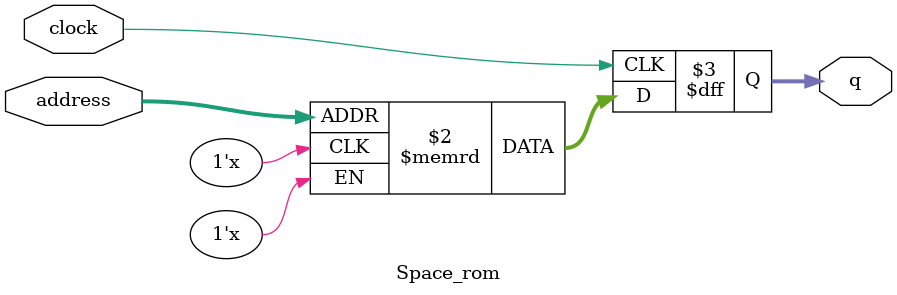
<source format=sv>
module Space_rom (
	input logic clock,
	input logic [17:0] address,
	output logic [1:0] q
);

logic [1:0] memory [0:172799] /* synthesis ram_init_file = "./Modules/ROMs/Space/Space.mif" */;

always_ff @ (posedge clock) begin
	q <= memory[address];
end

endmodule

</source>
